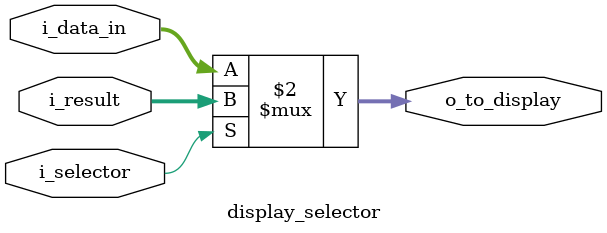
<source format=sv>
module display_selector(
        input  logic        i_selector,
        input  logic [15:0] i_data_in,
        input  logic [15:0] i_result,
        output logic [15:0] o_to_display
    );

    assign o_to_display = (i_selector == 'd0) ? i_data_in : i_result;

endmodule
</source>
